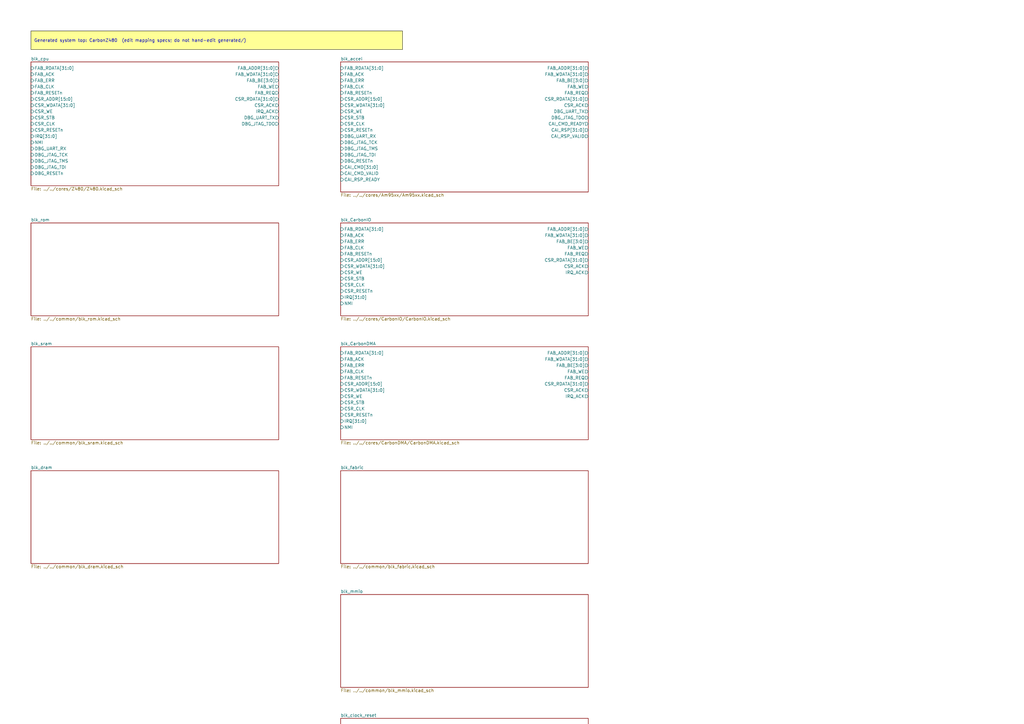
<source format=kicad_sch>
(kicad_sch
	(version 20250114)
	(generator "kicadgen")
	(generator_version "0.2")
	(uuid "1e6f57ba-4a77-5058-9a1b-ea36a3f7868b")
	(paper "A3")
	(title_block
		(title "CarbonZ480 (generated)")
		(company "Project Carbon")
		(comment 1 "Generated - do not edit in generated/")
		(comment 2 "Edit in schem/kicad9/manual/ or refine mapping specs")
	)
	(lib_symbols)
	(text_box
		"Generated system top: CarbonZ480  (edit mapping specs; do not hand-edit generated/)"
		(exclude_from_sim no)
		(at
			12.7
			12.7
			0
		)
		(size 152.4 7.62)
		(margins
			1.27
			1.27
			1.27
			1.27
		)
		(stroke
			(width 0)
			(type default)
			(color
				0
				0
				0
				1
			)
		)
		(fill
			(type color)
			(color
				255
				255
				150
				1
			)
		)
		(effects
			(font
				(size 1.27 1.27)
			)
			(justify left)
		)
		(uuid "8b0e4fb7-470d-5e08-a068-9aa9b56663d9")
	)
	(sheet
		(at 12.7 25.4)
		(size 101.6 50.8)
		(exclude_from_sim no)
		(in_bom yes)
		(on_board yes)
		(dnp no)
		(stroke
			(width 0)
			(type solid)
		)
		(fill
			(color
				0
				0
				0
				0
			)
		)
		(uuid "94411a3b-5c1d-5c9a-b238-0c6fc84bcfb5")
		(property
			"Sheetname"
			"blk_cpu"
			(at
				12.7
				24.13
				0
			)
			(effects
				(font
					(size 1.27 1.27)
				)
				(justify left)
			)
		)
		(property
			"Sheetfile"
			"../../cores/Z480/Z480.kicad_sch"
			(at
				12.7
				77.47
				0
			)
			(effects
				(font
					(size 1.27 1.27)
				)
				(justify left)
			)
		)
		(pin
			"FAB_RDATA[31:0]"
			input
			(at
				12.7
				27.94
				180
			)
			(uuid "565d21cc-cc9d-5c01-8fb8-8dea966adfe7")
			(effects
				(font
					(size 1.27 1.27)
				)
				(justify left)
			)
		)
		(pin
			"FAB_ACK"
			input
			(at
				12.7
				30.48
				180
			)
			(uuid "aa3d04cc-446c-5da5-bb50-aa683d0f21a2")
			(effects
				(font
					(size 1.27 1.27)
				)
				(justify left)
			)
		)
		(pin
			"FAB_ERR"
			input
			(at
				12.7
				33.02
				180
			)
			(uuid "e8f0ef90-88db-5115-be23-b71815552f0f")
			(effects
				(font
					(size 1.27 1.27)
				)
				(justify left)
			)
		)
		(pin
			"FAB_CLK"
			input
			(at
				12.7
				35.56
				180
			)
			(uuid "beb6f22c-a0f2-5cb0-8b5a-b878b5f69a03")
			(effects
				(font
					(size 1.27 1.27)
				)
				(justify left)
			)
		)
		(pin
			"FAB_RESETn"
			input
			(at
				12.7
				38.1
				180
			)
			(uuid "a93017ee-7d52-5210-8f50-b671b7cc7c63")
			(effects
				(font
					(size 1.27 1.27)
				)
				(justify left)
			)
		)
		(pin
			"CSR_ADDR[15:0]"
			input
			(at
				12.7
				40.64
				180
			)
			(uuid "177bb79c-86fc-5012-8cbe-dbb2abdb744a")
			(effects
				(font
					(size 1.27 1.27)
				)
				(justify left)
			)
		)
		(pin
			"CSR_WDATA[31:0]"
			input
			(at
				12.7
				43.18
				180
			)
			(uuid "8d463442-45c2-5446-acc7-969f8c0c9e57")
			(effects
				(font
					(size 1.27 1.27)
				)
				(justify left)
			)
		)
		(pin
			"CSR_WE"
			input
			(at
				12.7
				45.72
				180
			)
			(uuid "a9dd4a16-e2c4-51ed-98b5-90217d07f21e")
			(effects
				(font
					(size 1.27 1.27)
				)
				(justify left)
			)
		)
		(pin
			"CSR_STB"
			input
			(at
				12.7
				48.26
				180
			)
			(uuid "a885666f-deb0-5e6c-97d7-f6c2700d9853")
			(effects
				(font
					(size 1.27 1.27)
				)
				(justify left)
			)
		)
		(pin
			"CSR_CLK"
			input
			(at
				12.7
				50.8
				180
			)
			(uuid "daea6b26-d18d-5b75-a0ce-c10995228a62")
			(effects
				(font
					(size 1.27 1.27)
				)
				(justify left)
			)
		)
		(pin
			"CSR_RESETn"
			input
			(at
				12.7
				53.34
				180
			)
			(uuid "637900b1-b9b3-54ae-b177-2e40032ad88f")
			(effects
				(font
					(size 1.27 1.27)
				)
				(justify left)
			)
		)
		(pin
			"IRQ[31:0]"
			input
			(at
				12.7
				55.88
				180
			)
			(uuid "25c37a23-1915-53b6-8abf-506c86a0904d")
			(effects
				(font
					(size 1.27 1.27)
				)
				(justify left)
			)
		)
		(pin
			"NMI"
			input
			(at
				12.7
				58.42
				180
			)
			(uuid "afd8b70a-40b5-5d8c-94f7-27446ba46e7a")
			(effects
				(font
					(size 1.27 1.27)
				)
				(justify left)
			)
		)
		(pin
			"DBG_UART_RX"
			input
			(at
				12.7
				60.96
				180
			)
			(uuid "acb379bb-79a0-59eb-8817-541f77306e8a")
			(effects
				(font
					(size 1.27 1.27)
				)
				(justify left)
			)
		)
		(pin
			"DBG_JTAG_TCK"
			input
			(at
				12.7
				63.5
				180
			)
			(uuid "b399a8e1-c4e9-5c02-b18f-e4a5b4b1f781")
			(effects
				(font
					(size 1.27 1.27)
				)
				(justify left)
			)
		)
		(pin
			"DBG_JTAG_TMS"
			input
			(at
				12.7
				66.04
				180
			)
			(uuid "ccea58d2-e7be-55d3-98de-4508dae60ee0")
			(effects
				(font
					(size 1.27 1.27)
				)
				(justify left)
			)
		)
		(pin
			"DBG_JTAG_TDI"
			input
			(at
				12.7
				68.58
				180
			)
			(uuid "004b6112-fb0c-5e24-9663-2e8e57b95372")
			(effects
				(font
					(size 1.27 1.27)
				)
				(justify left)
			)
		)
		(pin
			"DBG_RESETn"
			input
			(at
				12.7
				71.12
				180
			)
			(uuid "2b830ee0-0349-5908-b991-11436d1d4d3a")
			(effects
				(font
					(size 1.27 1.27)
				)
				(justify left)
			)
		)
		(pin
			"FAB_ADDR[31:0]"
			output
			(at
				114.3
				27.94
				0
			)
			(uuid "925263b0-c5ec-5226-b165-3ce8c4d1360a")
			(effects
				(font
					(size 1.27 1.27)
				)
				(justify right)
			)
		)
		(pin
			"FAB_WDATA[31:0]"
			output
			(at
				114.3
				30.48
				0
			)
			(uuid "ff47d7e2-964c-5bb3-81bf-dfa32047374b")
			(effects
				(font
					(size 1.27 1.27)
				)
				(justify right)
			)
		)
		(pin
			"FAB_BE[3:0]"
			output
			(at
				114.3
				33.02
				0
			)
			(uuid "6fc2a820-a77b-51d7-b33f-22e5b943af0b")
			(effects
				(font
					(size 1.27 1.27)
				)
				(justify right)
			)
		)
		(pin
			"FAB_WE"
			output
			(at
				114.3
				35.56
				0
			)
			(uuid "843eb804-4268-5acc-bc7e-3cdf29a43c6e")
			(effects
				(font
					(size 1.27 1.27)
				)
				(justify right)
			)
		)
		(pin
			"FAB_REQ"
			output
			(at
				114.3
				38.1
				0
			)
			(uuid "db6d4457-7ad4-5751-aaa5-a0897f757772")
			(effects
				(font
					(size 1.27 1.27)
				)
				(justify right)
			)
		)
		(pin
			"CSR_RDATA[31:0]"
			output
			(at
				114.3
				40.64
				0
			)
			(uuid "0a0638fb-fd6d-5011-b583-ab0dd59595ea")
			(effects
				(font
					(size 1.27 1.27)
				)
				(justify right)
			)
		)
		(pin
			"CSR_ACK"
			output
			(at
				114.3
				43.18
				0
			)
			(uuid "f87ff9bc-9d55-5113-9563-d5ab057882eb")
			(effects
				(font
					(size 1.27 1.27)
				)
				(justify right)
			)
		)
		(pin
			"IRQ_ACK"
			output
			(at
				114.3
				45.72
				0
			)
			(uuid "1d6dfe6b-91fc-5b33-a3f8-f53cf3fca8cd")
			(effects
				(font
					(size 1.27 1.27)
				)
				(justify right)
			)
		)
		(pin
			"DBG_UART_TX"
			output
			(at
				114.3
				48.26
				0
			)
			(uuid "d5a221c7-654e-5e02-875e-7b875b7e8557")
			(effects
				(font
					(size 1.27 1.27)
				)
				(justify right)
			)
		)
		(pin
			"DBG_JTAG_TDO"
			output
			(at
				114.3
				50.8
				0
			)
			(uuid "f5ed2378-f13c-5e2d-869c-c369c8d8e718")
			(effects
				(font
					(size 1.27 1.27)
				)
				(justify right)
			)
		)
		(instances
			(project
				"system_CarbonZ480"
				(path
					"/1e6f57ba-4a77-5058-9a1b-ea36a3f7868b"
					(page "2")
				)
			)
		)
	)
	(sheet
		(at 139.7 25.4)
		(size 101.6 53.34)
		(exclude_from_sim no)
		(in_bom yes)
		(on_board yes)
		(dnp no)
		(stroke
			(width 0)
			(type solid)
		)
		(fill
			(color
				0
				0
				0
				0
			)
		)
		(uuid "d8a5860c-5042-599a-a660-2f3c19d5c37e")
		(property
			"Sheetname"
			"blk_accel"
			(at
				139.7
				24.13
				0
			)
			(effects
				(font
					(size 1.27 1.27)
				)
				(justify left)
			)
		)
		(property
			"Sheetfile"
			"../../cores/Am95xx/Am95xx.kicad_sch"
			(at
				139.7
				80.01
				0
			)
			(effects
				(font
					(size 1.27 1.27)
				)
				(justify left)
			)
		)
		(pin
			"FAB_RDATA[31:0]"
			input
			(at
				139.7
				27.94
				180
			)
			(uuid "73fd5c91-5f81-54a9-9604-90c3d1bc37ae")
			(effects
				(font
					(size 1.27 1.27)
				)
				(justify left)
			)
		)
		(pin
			"FAB_ACK"
			input
			(at
				139.7
				30.48
				180
			)
			(uuid "4305212f-10e2-5fb4-993f-c327ef9310d9")
			(effects
				(font
					(size 1.27 1.27)
				)
				(justify left)
			)
		)
		(pin
			"FAB_ERR"
			input
			(at
				139.7
				33.02
				180
			)
			(uuid "0fb46f09-196c-51b8-b1a5-6ecbb008a75c")
			(effects
				(font
					(size 1.27 1.27)
				)
				(justify left)
			)
		)
		(pin
			"FAB_CLK"
			input
			(at
				139.7
				35.56
				180
			)
			(uuid "39b9d2b9-2fb3-5650-a16e-40cf992c8315")
			(effects
				(font
					(size 1.27 1.27)
				)
				(justify left)
			)
		)
		(pin
			"FAB_RESETn"
			input
			(at
				139.7
				38.1
				180
			)
			(uuid "bb22f67b-2420-553c-9d6f-b362313c343a")
			(effects
				(font
					(size 1.27 1.27)
				)
				(justify left)
			)
		)
		(pin
			"CSR_ADDR[15:0]"
			input
			(at
				139.7
				40.64
				180
			)
			(uuid "f696b6f2-3509-501a-8445-df455b4e3f5f")
			(effects
				(font
					(size 1.27 1.27)
				)
				(justify left)
			)
		)
		(pin
			"CSR_WDATA[31:0]"
			input
			(at
				139.7
				43.18
				180
			)
			(uuid "9b8c94e3-52e9-5181-8f24-b057e0f37415")
			(effects
				(font
					(size 1.27 1.27)
				)
				(justify left)
			)
		)
		(pin
			"CSR_WE"
			input
			(at
				139.7
				45.72
				180
			)
			(uuid "2c2abdce-cbbd-5727-88c2-686d9d5110fe")
			(effects
				(font
					(size 1.27 1.27)
				)
				(justify left)
			)
		)
		(pin
			"CSR_STB"
			input
			(at
				139.7
				48.26
				180
			)
			(uuid "a98d2eb6-8d08-5b0c-8c3d-8aa70d7067a8")
			(effects
				(font
					(size 1.27 1.27)
				)
				(justify left)
			)
		)
		(pin
			"CSR_CLK"
			input
			(at
				139.7
				50.8
				180
			)
			(uuid "7f316012-12e1-5546-95cb-10721ef819aa")
			(effects
				(font
					(size 1.27 1.27)
				)
				(justify left)
			)
		)
		(pin
			"CSR_RESETn"
			input
			(at
				139.7
				53.34
				180
			)
			(uuid "64cd15c2-d6ba-5d0d-a38e-9a496539dff7")
			(effects
				(font
					(size 1.27 1.27)
				)
				(justify left)
			)
		)
		(pin
			"DBG_UART_RX"
			input
			(at
				139.7
				55.88
				180
			)
			(uuid "769f367a-4c04-50fc-a4cd-23166d01abc1")
			(effects
				(font
					(size 1.27 1.27)
				)
				(justify left)
			)
		)
		(pin
			"DBG_JTAG_TCK"
			input
			(at
				139.7
				58.42
				180
			)
			(uuid "2b39cc77-588d-54f4-b617-6e28d29486c1")
			(effects
				(font
					(size 1.27 1.27)
				)
				(justify left)
			)
		)
		(pin
			"DBG_JTAG_TMS"
			input
			(at
				139.7
				60.96
				180
			)
			(uuid "df640208-a045-571f-8080-b03ff5ab77f8")
			(effects
				(font
					(size 1.27 1.27)
				)
				(justify left)
			)
		)
		(pin
			"DBG_JTAG_TDI"
			input
			(at
				139.7
				63.5
				180
			)
			(uuid "546054e1-01db-58f5-80c9-b9d63101f67f")
			(effects
				(font
					(size 1.27 1.27)
				)
				(justify left)
			)
		)
		(pin
			"DBG_RESETn"
			input
			(at
				139.7
				66.04
				180
			)
			(uuid "51945c80-568b-5f70-bbdf-5690ac0ec248")
			(effects
				(font
					(size 1.27 1.27)
				)
				(justify left)
			)
		)
		(pin
			"CAI_CMD[31:0]"
			input
			(at
				139.7
				68.58
				180
			)
			(uuid "2632ddb2-00c6-527c-94b4-4500092c04f3")
			(effects
				(font
					(size 1.27 1.27)
				)
				(justify left)
			)
		)
		(pin
			"CAI_CMD_VALID"
			input
			(at
				139.7
				71.12
				180
			)
			(uuid "7525743d-ce04-5cbf-a9c4-fafc3302c015")
			(effects
				(font
					(size 1.27 1.27)
				)
				(justify left)
			)
		)
		(pin
			"CAI_RSP_READY"
			input
			(at
				139.7
				73.66
				180
			)
			(uuid "3bdcbfd2-0b46-56d1-b327-871e80e45f3f")
			(effects
				(font
					(size 1.27 1.27)
				)
				(justify left)
			)
		)
		(pin
			"FAB_ADDR[31:0]"
			output
			(at
				241.3
				27.94
				0
			)
			(uuid "59434943-3d68-5dde-be93-3453ba1e58a3")
			(effects
				(font
					(size 1.27 1.27)
				)
				(justify right)
			)
		)
		(pin
			"FAB_WDATA[31:0]"
			output
			(at
				241.3
				30.48
				0
			)
			(uuid "3668b613-8687-56fb-a896-958bb2c7a7d6")
			(effects
				(font
					(size 1.27 1.27)
				)
				(justify right)
			)
		)
		(pin
			"FAB_BE[3:0]"
			output
			(at
				241.3
				33.02
				0
			)
			(uuid "13ffacbf-6d06-504c-8d1f-7543ba34b236")
			(effects
				(font
					(size 1.27 1.27)
				)
				(justify right)
			)
		)
		(pin
			"FAB_WE"
			output
			(at
				241.3
				35.56
				0
			)
			(uuid "956cfd7f-ab4d-5a84-94b2-11525484ce01")
			(effects
				(font
					(size 1.27 1.27)
				)
				(justify right)
			)
		)
		(pin
			"FAB_REQ"
			output
			(at
				241.3
				38.1
				0
			)
			(uuid "71480808-2e7a-56dd-abd4-83e444405141")
			(effects
				(font
					(size 1.27 1.27)
				)
				(justify right)
			)
		)
		(pin
			"CSR_RDATA[31:0]"
			output
			(at
				241.3
				40.64
				0
			)
			(uuid "0fb22b6d-61e5-5792-ae77-45449ec84502")
			(effects
				(font
					(size 1.27 1.27)
				)
				(justify right)
			)
		)
		(pin
			"CSR_ACK"
			output
			(at
				241.3
				43.18
				0
			)
			(uuid "81a33761-8b4d-5581-9f1a-b8af6ba936e8")
			(effects
				(font
					(size 1.27 1.27)
				)
				(justify right)
			)
		)
		(pin
			"DBG_UART_TX"
			output
			(at
				241.3
				45.72
				0
			)
			(uuid "c654ffb8-1154-585c-bc24-045059159efd")
			(effects
				(font
					(size 1.27 1.27)
				)
				(justify right)
			)
		)
		(pin
			"DBG_JTAG_TDO"
			output
			(at
				241.3
				48.26
				0
			)
			(uuid "6a37efe2-cdc7-5538-acd9-7d09b618b524")
			(effects
				(font
					(size 1.27 1.27)
				)
				(justify right)
			)
		)
		(pin
			"CAI_CMD_READY"
			output
			(at
				241.3
				50.8
				0
			)
			(uuid "dec49195-aae3-50ff-85d5-537495586812")
			(effects
				(font
					(size 1.27 1.27)
				)
				(justify right)
			)
		)
		(pin
			"CAI_RSP[31:0]"
			output
			(at
				241.3
				53.34
				0
			)
			(uuid "accdc775-ee12-57b2-87c8-7f9d503081f3")
			(effects
				(font
					(size 1.27 1.27)
				)
				(justify right)
			)
		)
		(pin
			"CAI_RSP_VALID"
			output
			(at
				241.3
				55.88
				0
			)
			(uuid "f2cb34fb-88db-5ed3-8ea5-25873198d305")
			(effects
				(font
					(size 1.27 1.27)
				)
				(justify right)
			)
		)
		(instances
			(project
				"system_CarbonZ480"
				(path
					"/1e6f57ba-4a77-5058-9a1b-ea36a3f7868b"
					(page "3")
				)
			)
		)
	)
	(sheet
		(at 12.7 91.44)
		(size 101.6 38.1)
		(exclude_from_sim no)
		(in_bom yes)
		(on_board yes)
		(dnp no)
		(stroke
			(width 0)
			(type solid)
		)
		(fill
			(color
				0
				0
				0
				0
			)
		)
		(uuid "b85dbc5b-c527-5409-ab33-c91bf35068f9")
		(property
			"Sheetname"
			"blk_rom"
			(at
				12.7
				90.17
				0
			)
			(effects
				(font
					(size 1.27 1.27)
				)
				(justify left)
			)
		)
		(property
			"Sheetfile"
			"../../common/blk_rom.kicad_sch"
			(at
				12.7
				130.81
				0
			)
			(effects
				(font
					(size 1.27 1.27)
				)
				(justify left)
			)
		)
		(instances
			(project
				"system_CarbonZ480"
				(path
					"/1e6f57ba-4a77-5058-9a1b-ea36a3f7868b"
					(page "4")
				)
			)
		)
	)
	(sheet
		(at 12.7 142.24)
		(size 101.6 38.1)
		(exclude_from_sim no)
		(in_bom yes)
		(on_board yes)
		(dnp no)
		(stroke
			(width 0)
			(type solid)
		)
		(fill
			(color
				0
				0
				0
				0
			)
		)
		(uuid "938e6671-7396-587b-888f-3e2a13a402f0")
		(property
			"Sheetname"
			"blk_sram"
			(at
				12.7
				140.97
				0
			)
			(effects
				(font
					(size 1.27 1.27)
				)
				(justify left)
			)
		)
		(property
			"Sheetfile"
			"../../common/blk_sram.kicad_sch"
			(at
				12.7
				181.61
				0
			)
			(effects
				(font
					(size 1.27 1.27)
				)
				(justify left)
			)
		)
		(instances
			(project
				"system_CarbonZ480"
				(path
					"/1e6f57ba-4a77-5058-9a1b-ea36a3f7868b"
					(page "5")
				)
			)
		)
	)
	(sheet
		(at 12.7 193.04)
		(size 101.6 38.1)
		(exclude_from_sim no)
		(in_bom yes)
		(on_board yes)
		(dnp no)
		(stroke
			(width 0)
			(type solid)
		)
		(fill
			(color
				0
				0
				0
				0
			)
		)
		(uuid "864a0d80-cd4d-5c55-8659-24a4823fe83c")
		(property
			"Sheetname"
			"blk_dram"
			(at
				12.7
				191.77
				0
			)
			(effects
				(font
					(size 1.27 1.27)
				)
				(justify left)
			)
		)
		(property
			"Sheetfile"
			"../../common/blk_dram.kicad_sch"
			(at
				12.7
				232.41
				0
			)
			(effects
				(font
					(size 1.27 1.27)
				)
				(justify left)
			)
		)
		(instances
			(project
				"system_CarbonZ480"
				(path
					"/1e6f57ba-4a77-5058-9a1b-ea36a3f7868b"
					(page "6")
				)
			)
		)
	)
	(sheet
		(at 139.7 91.44)
		(size 101.6 38.1)
		(exclude_from_sim no)
		(in_bom yes)
		(on_board yes)
		(dnp no)
		(stroke
			(width 0)
			(type solid)
		)
		(fill
			(color
				0
				0
				0
				0
			)
		)
		(uuid "871dbacd-22e7-500b-b53d-bbb5d14b2dcf")
		(property
			"Sheetname"
			"blk_CarbonIO"
			(at
				139.7
				90.17
				0
			)
			(effects
				(font
					(size 1.27 1.27)
				)
				(justify left)
			)
		)
		(property
			"Sheetfile"
			"../../cores/CarbonIO/CarbonIO.kicad_sch"
			(at
				139.7
				130.81
				0
			)
			(effects
				(font
					(size 1.27 1.27)
				)
				(justify left)
			)
		)
		(pin
			"FAB_RDATA[31:0]"
			input
			(at
				139.7
				93.98
				180
			)
			(uuid "da0cd184-16b6-5bde-87aa-40132cc4c10f")
			(effects
				(font
					(size 1.27 1.27)
				)
				(justify left)
			)
		)
		(pin
			"FAB_ACK"
			input
			(at
				139.7
				96.52
				180
			)
			(uuid "da4d5e19-553d-5c53-b32b-1c0afeda1630")
			(effects
				(font
					(size 1.27 1.27)
				)
				(justify left)
			)
		)
		(pin
			"FAB_ERR"
			input
			(at
				139.7
				99.06
				180
			)
			(uuid "b815df94-8a64-58b8-a02c-5d09d7b19ba8")
			(effects
				(font
					(size 1.27 1.27)
				)
				(justify left)
			)
		)
		(pin
			"FAB_CLK"
			input
			(at
				139.7
				101.6
				180
			)
			(uuid "65222839-e234-5c85-abed-bb1df5d20a8c")
			(effects
				(font
					(size 1.27 1.27)
				)
				(justify left)
			)
		)
		(pin
			"FAB_RESETn"
			input
			(at
				139.7
				104.14
				180
			)
			(uuid "74fbb754-1705-5332-b1b6-35df6d30c2fe")
			(effects
				(font
					(size 1.27 1.27)
				)
				(justify left)
			)
		)
		(pin
			"CSR_ADDR[15:0]"
			input
			(at
				139.7
				106.68
				180
			)
			(uuid "d7d6070b-27dd-569c-af10-ca6b864462af")
			(effects
				(font
					(size 1.27 1.27)
				)
				(justify left)
			)
		)
		(pin
			"CSR_WDATA[31:0]"
			input
			(at
				139.7
				109.22
				180
			)
			(uuid "d5b521c8-3002-5ed6-9159-af2b9fbe78a7")
			(effects
				(font
					(size 1.27 1.27)
				)
				(justify left)
			)
		)
		(pin
			"CSR_WE"
			input
			(at
				139.7
				111.76
				180
			)
			(uuid "0a4f7a53-3bae-5765-bd6f-412bb50aa9e7")
			(effects
				(font
					(size 1.27 1.27)
				)
				(justify left)
			)
		)
		(pin
			"CSR_STB"
			input
			(at
				139.7
				114.3
				180
			)
			(uuid "8e1cf84b-e34d-585d-be6c-3a44e630663f")
			(effects
				(font
					(size 1.27 1.27)
				)
				(justify left)
			)
		)
		(pin
			"CSR_CLK"
			input
			(at
				139.7
				116.84
				180
			)
			(uuid "2a05360b-39f6-58bd-9e75-d921654d9f9c")
			(effects
				(font
					(size 1.27 1.27)
				)
				(justify left)
			)
		)
		(pin
			"CSR_RESETn"
			input
			(at
				139.7
				119.38
				180
			)
			(uuid "f6a76676-c403-53cf-bf29-8b7949345e57")
			(effects
				(font
					(size 1.27 1.27)
				)
				(justify left)
			)
		)
		(pin
			"IRQ[31:0]"
			input
			(at
				139.7
				121.92
				180
			)
			(uuid "9883aabc-04dd-5c3b-8ac2-d8a15aab9b3a")
			(effects
				(font
					(size 1.27 1.27)
				)
				(justify left)
			)
		)
		(pin
			"NMI"
			input
			(at
				139.7
				124.46
				180
			)
			(uuid "ba9bea1b-3f36-5c12-b1ed-775617a9857f")
			(effects
				(font
					(size 1.27 1.27)
				)
				(justify left)
			)
		)
		(pin
			"FAB_ADDR[31:0]"
			output
			(at
				241.3
				93.98
				0
			)
			(uuid "00e0ce44-6448-50d3-b221-80d7ba57389e")
			(effects
				(font
					(size 1.27 1.27)
				)
				(justify right)
			)
		)
		(pin
			"FAB_WDATA[31:0]"
			output
			(at
				241.3
				96.52
				0
			)
			(uuid "21c2f2a9-75a1-5088-9c11-115c3716ee3d")
			(effects
				(font
					(size 1.27 1.27)
				)
				(justify right)
			)
		)
		(pin
			"FAB_BE[3:0]"
			output
			(at
				241.3
				99.06
				0
			)
			(uuid "1de0f633-efc8-5d1a-ad68-6666ce488c0d")
			(effects
				(font
					(size 1.27 1.27)
				)
				(justify right)
			)
		)
		(pin
			"FAB_WE"
			output
			(at
				241.3
				101.6
				0
			)
			(uuid "52cd4161-29aa-5044-b879-82d8c8e3fc0f")
			(effects
				(font
					(size 1.27 1.27)
				)
				(justify right)
			)
		)
		(pin
			"FAB_REQ"
			output
			(at
				241.3
				104.14
				0
			)
			(uuid "fb101376-9f3f-5040-8f5b-1e0bafd72658")
			(effects
				(font
					(size 1.27 1.27)
				)
				(justify right)
			)
		)
		(pin
			"CSR_RDATA[31:0]"
			output
			(at
				241.3
				106.68
				0
			)
			(uuid "2271906e-ae07-5aa3-b601-94a092f7e137")
			(effects
				(font
					(size 1.27 1.27)
				)
				(justify right)
			)
		)
		(pin
			"CSR_ACK"
			output
			(at
				241.3
				109.22
				0
			)
			(uuid "12a9e51a-96a4-5952-877e-5fc5f846af3b")
			(effects
				(font
					(size 1.27 1.27)
				)
				(justify right)
			)
		)
		(pin
			"IRQ_ACK"
			output
			(at
				241.3
				111.76
				0
			)
			(uuid "b09a3303-e8dd-5ae7-9c46-6b39fddf6671")
			(effects
				(font
					(size 1.27 1.27)
				)
				(justify right)
			)
		)
		(instances
			(project
				"system_CarbonZ480"
				(path
					"/1e6f57ba-4a77-5058-9a1b-ea36a3f7868b"
					(page "7")
				)
			)
		)
	)
	(sheet
		(at 139.7 142.24)
		(size 101.6 38.1)
		(exclude_from_sim no)
		(in_bom yes)
		(on_board yes)
		(dnp no)
		(stroke
			(width 0)
			(type solid)
		)
		(fill
			(color
				0
				0
				0
				0
			)
		)
		(uuid "d4d501a0-8725-5173-9863-4204ee7f2609")
		(property
			"Sheetname"
			"blk_CarbonDMA"
			(at
				139.7
				140.97
				0
			)
			(effects
				(font
					(size 1.27 1.27)
				)
				(justify left)
			)
		)
		(property
			"Sheetfile"
			"../../cores/CarbonDMA/CarbonDMA.kicad_sch"
			(at
				139.7
				181.61
				0
			)
			(effects
				(font
					(size 1.27 1.27)
				)
				(justify left)
			)
		)
		(pin
			"FAB_RDATA[31:0]"
			input
			(at
				139.7
				144.78
				180
			)
			(uuid "2d711613-2541-5699-91a1-d57060974eae")
			(effects
				(font
					(size 1.27 1.27)
				)
				(justify left)
			)
		)
		(pin
			"FAB_ACK"
			input
			(at
				139.7
				147.32
				180
			)
			(uuid "9e945d74-753c-53a0-b7eb-94ae3590ac13")
			(effects
				(font
					(size 1.27 1.27)
				)
				(justify left)
			)
		)
		(pin
			"FAB_ERR"
			input
			(at
				139.7
				149.86
				180
			)
			(uuid "4e1a5403-cb70-512f-92a0-2682072f2a9b")
			(effects
				(font
					(size 1.27 1.27)
				)
				(justify left)
			)
		)
		(pin
			"FAB_CLK"
			input
			(at
				139.7
				152.4
				180
			)
			(uuid "9cc53f7c-f343-5f50-9e36-fc07fac525f3")
			(effects
				(font
					(size 1.27 1.27)
				)
				(justify left)
			)
		)
		(pin
			"FAB_RESETn"
			input
			(at
				139.7
				154.94
				180
			)
			(uuid "c68d4970-afdc-5f4e-ba2c-ef0ab769d457")
			(effects
				(font
					(size 1.27 1.27)
				)
				(justify left)
			)
		)
		(pin
			"CSR_ADDR[15:0]"
			input
			(at
				139.7
				157.48
				180
			)
			(uuid "f57095ec-05ba-5477-8ece-099bfe1542e0")
			(effects
				(font
					(size 1.27 1.27)
				)
				(justify left)
			)
		)
		(pin
			"CSR_WDATA[31:0]"
			input
			(at
				139.7
				160.02
				180
			)
			(uuid "9b5a5e91-59f6-5b74-af5c-d7be548eb731")
			(effects
				(font
					(size 1.27 1.27)
				)
				(justify left)
			)
		)
		(pin
			"CSR_WE"
			input
			(at
				139.7
				162.56
				180
			)
			(uuid "986e4b34-30ff-5835-8d98-41607714b90d")
			(effects
				(font
					(size 1.27 1.27)
				)
				(justify left)
			)
		)
		(pin
			"CSR_STB"
			input
			(at
				139.7
				165.1
				180
			)
			(uuid "05d09f47-6ee9-57ea-b74b-e35bcea801f6")
			(effects
				(font
					(size 1.27 1.27)
				)
				(justify left)
			)
		)
		(pin
			"CSR_CLK"
			input
			(at
				139.7
				167.64
				180
			)
			(uuid "2ee4e9a0-7b57-5054-bc2c-bba240c44c80")
			(effects
				(font
					(size 1.27 1.27)
				)
				(justify left)
			)
		)
		(pin
			"CSR_RESETn"
			input
			(at
				139.7
				170.18
				180
			)
			(uuid "d4f1c6ba-caad-5386-a284-df51ebcad4bb")
			(effects
				(font
					(size 1.27 1.27)
				)
				(justify left)
			)
		)
		(pin
			"IRQ[31:0]"
			input
			(at
				139.7
				172.72
				180
			)
			(uuid "da0c2787-908f-52d6-a612-073cea475d13")
			(effects
				(font
					(size 1.27 1.27)
				)
				(justify left)
			)
		)
		(pin
			"NMI"
			input
			(at
				139.7
				175.26
				180
			)
			(uuid "e00cd6b7-cd0d-5b7e-82b7-eb794f465ba7")
			(effects
				(font
					(size 1.27 1.27)
				)
				(justify left)
			)
		)
		(pin
			"FAB_ADDR[31:0]"
			output
			(at
				241.3
				144.78
				0
			)
			(uuid "1e35373a-5f6a-59c0-bde8-036c4cae22e3")
			(effects
				(font
					(size 1.27 1.27)
				)
				(justify right)
			)
		)
		(pin
			"FAB_WDATA[31:0]"
			output
			(at
				241.3
				147.32
				0
			)
			(uuid "b1a619d6-174d-5093-b543-277d34168de2")
			(effects
				(font
					(size 1.27 1.27)
				)
				(justify right)
			)
		)
		(pin
			"FAB_BE[3:0]"
			output
			(at
				241.3
				149.86
				0
			)
			(uuid "b23e24da-3dd4-5c80-aac4-35b5531c00ab")
			(effects
				(font
					(size 1.27 1.27)
				)
				(justify right)
			)
		)
		(pin
			"FAB_WE"
			output
			(at
				241.3
				152.4
				0
			)
			(uuid "5e3b2367-e1b9-5919-a8fd-6b12573c5fe7")
			(effects
				(font
					(size 1.27 1.27)
				)
				(justify right)
			)
		)
		(pin
			"FAB_REQ"
			output
			(at
				241.3
				154.94
				0
			)
			(uuid "e1bfb73b-15ae-5922-ad89-046ed26b44d1")
			(effects
				(font
					(size 1.27 1.27)
				)
				(justify right)
			)
		)
		(pin
			"CSR_RDATA[31:0]"
			output
			(at
				241.3
				157.48
				0
			)
			(uuid "31c2f9fe-388b-5019-891a-11ed6a19d91e")
			(effects
				(font
					(size 1.27 1.27)
				)
				(justify right)
			)
		)
		(pin
			"CSR_ACK"
			output
			(at
				241.3
				160.02
				0
			)
			(uuid "32206f8d-293b-5981-b889-bbfe363dacf5")
			(effects
				(font
					(size 1.27 1.27)
				)
				(justify right)
			)
		)
		(pin
			"IRQ_ACK"
			output
			(at
				241.3
				162.56
				0
			)
			(uuid "adc0a5f3-b534-5126-943c-28236c006d81")
			(effects
				(font
					(size 1.27 1.27)
				)
				(justify right)
			)
		)
		(instances
			(project
				"system_CarbonZ480"
				(path
					"/1e6f57ba-4a77-5058-9a1b-ea36a3f7868b"
					(page "8")
				)
			)
		)
	)
	(sheet
		(at 139.7 193.04)
		(size 101.6 38.1)
		(exclude_from_sim no)
		(in_bom yes)
		(on_board yes)
		(dnp no)
		(stroke
			(width 0)
			(type solid)
		)
		(fill
			(color
				0
				0
				0
				0
			)
		)
		(uuid "6ea91300-01a7-536b-86ed-93cf2f84c995")
		(property
			"Sheetname"
			"blk_fabric"
			(at
				139.7
				191.77
				0
			)
			(effects
				(font
					(size 1.27 1.27)
				)
				(justify left)
			)
		)
		(property
			"Sheetfile"
			"../../common/blk_fabric.kicad_sch"
			(at
				139.7
				232.41
				0
			)
			(effects
				(font
					(size 1.27 1.27)
				)
				(justify left)
			)
		)
		(instances
			(project
				"system_CarbonZ480"
				(path
					"/1e6f57ba-4a77-5058-9a1b-ea36a3f7868b"
					(page "9")
				)
			)
		)
	)
	(sheet
		(at 139.7 243.84)
		(size 101.6 38.1)
		(exclude_from_sim no)
		(in_bom yes)
		(on_board yes)
		(dnp no)
		(stroke
			(width 0)
			(type solid)
		)
		(fill
			(color
				0
				0
				0
				0
			)
		)
		(uuid "99903950-c493-5844-a7a8-e58ee2510353")
		(property
			"Sheetname"
			"blk_mmio"
			(at
				139.7
				242.57
				0
			)
			(effects
				(font
					(size 1.27 1.27)
				)
				(justify left)
			)
		)
		(property
			"Sheetfile"
			"../../common/blk_mmio.kicad_sch"
			(at
				139.7
				283.21
				0
			)
			(effects
				(font
					(size 1.27 1.27)
				)
				(justify left)
			)
		)
		(instances
			(project
				"system_CarbonZ480"
				(path
					"/1e6f57ba-4a77-5058-9a1b-ea36a3f7868b"
					(page "10")
				)
			)
		)
	)
	(sheet
		(at 139.7 294.64)
		(size 101.6 38.1)
		(exclude_from_sim no)
		(in_bom yes)
		(on_board yes)
		(dnp no)
		(stroke
			(width 0)
			(type solid)
		)
		(fill
			(color
				0
				0
				0
				0
			)
		)
		(uuid "be7dcdd5-7fb2-597f-b74d-3d3505f61a7d")
		(property
			"Sheetname"
			"blk_clock_reset"
			(at
				139.7
				293.37
				0
			)
			(effects
				(font
					(size 1.27 1.27)
				)
				(justify left)
			)
		)
		(property
			"Sheetfile"
			"../../common/blk_clock_reset.kicad_sch"
			(at
				139.7
				334.01
				0
			)
			(effects
				(font
					(size 1.27 1.27)
				)
				(justify left)
			)
		)
		(instances
			(project
				"system_CarbonZ480"
				(path
					"/1e6f57ba-4a77-5058-9a1b-ea36a3f7868b"
					(page "11")
				)
			)
		)
	)
	(sheet
		(at 139.7 345.44)
		(size 101.6 38.1)
		(exclude_from_sim no)
		(in_bom yes)
		(on_board yes)
		(dnp no)
		(stroke
			(width 0)
			(type solid)
		)
		(fill
			(color
				0
				0
				0
				0
			)
		)
		(uuid "7b1f350e-70dc-58b9-96f5-b343e9119b08")
		(property
			"Sheetname"
			"blk_debug_header"
			(at
				139.7
				344.17
				0
			)
			(effects
				(font
					(size 1.27 1.27)
				)
				(justify left)
			)
		)
		(property
			"Sheetfile"
			"../../common/blk_debug_header.kicad_sch"
			(at
				139.7
				384.81
				0
			)
			(effects
				(font
					(size 1.27 1.27)
				)
				(justify left)
			)
		)
		(instances
			(project
				"system_CarbonZ480"
				(path
					"/1e6f57ba-4a77-5058-9a1b-ea36a3f7868b"
					(page "12")
				)
			)
		)
	)
	(sheet
		(at 139.7 396.24)
		(size 101.6 38.1)
		(exclude_from_sim no)
		(in_bom yes)
		(on_board yes)
		(dnp no)
		(stroke
			(width 0)
			(type solid)
		)
		(fill
			(color
				0
				0
				0
				0
			)
		)
		(uuid "7e5b646f-18d5-5593-be05-97f57a864d0e")
		(property
			"Sheetname"
			"blk_power_dist"
			(at
				139.7
				394.97
				0
			)
			(effects
				(font
					(size 1.27 1.27)
				)
				(justify left)
			)
		)
		(property
			"Sheetfile"
			"../../common/blk_power_dist.kicad_sch"
			(at
				139.7
				435.61
				0
			)
			(effects
				(font
					(size 1.27 1.27)
				)
				(justify left)
			)
		)
		(instances
			(project
				"system_CarbonZ480"
				(path
					"/1e6f57ba-4a77-5058-9a1b-ea36a3f7868b"
					(page "13")
				)
			)
		)
	)
	(sheet
		(at 139.7 447.04)
		(size 101.6 38.1)
		(exclude_from_sim no)
		(in_bom yes)
		(on_board yes)
		(dnp no)
		(stroke
			(width 0)
			(type solid)
		)
		(fill
			(color
				0
				0
				0
				0
			)
		)
		(uuid "20d3300a-cf41-5a3b-b1e9-c268fdc42c03")
		(property
			"Sheetname"
			"blk_jtag_uart"
			(at
				139.7
				445.77
				0
			)
			(effects
				(font
					(size 1.27 1.27)
				)
				(justify left)
			)
		)
		(property
			"Sheetfile"
			"../../common/blk_jtag_uart.kicad_sch"
			(at
				139.7
				486.41
				0
			)
			(effects
				(font
					(size 1.27 1.27)
				)
				(justify left)
			)
		)
		(instances
			(project
				"system_CarbonZ480"
				(path
					"/1e6f57ba-4a77-5058-9a1b-ea36a3f7868b"
					(page "14")
				)
			)
		)
	)
	(sheet_instances
		(path
			"/"
			(page "1")
		)
	)
	(embedded_fonts no)
)

</source>
